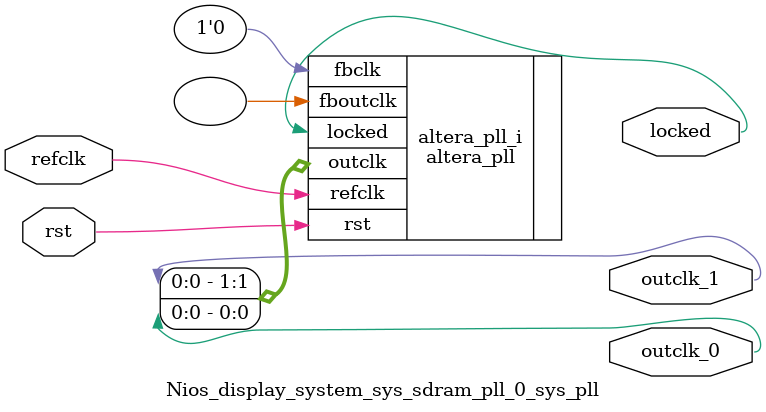
<source format=v>
`timescale 1ns/10ps
module  Nios_display_system_sys_sdram_pll_0_sys_pll(

	// interface 'refclk'
	input wire refclk,

	// interface 'reset'
	input wire rst,

	// interface 'outclk0'
	output wire outclk_0,

	// interface 'outclk1'
	output wire outclk_1,

	// interface 'locked'
	output wire locked
);

	altera_pll #(
		.fractional_vco_multiplier("false"),
		.reference_clock_frequency("50.0 MHz"),
		.operation_mode("direct"),
		.number_of_clocks(2),
		.output_clock_frequency0("50.000000 MHz"),
		.phase_shift0("0 ps"),
		.duty_cycle0(50),
		.output_clock_frequency1("50.000000 MHz"),
		.phase_shift1("-3000 ps"),
		.duty_cycle1(50),
		.output_clock_frequency2("0 MHz"),
		.phase_shift2("0 ps"),
		.duty_cycle2(50),
		.output_clock_frequency3("0 MHz"),
		.phase_shift3("0 ps"),
		.duty_cycle3(50),
		.output_clock_frequency4("0 MHz"),
		.phase_shift4("0 ps"),
		.duty_cycle4(50),
		.output_clock_frequency5("0 MHz"),
		.phase_shift5("0 ps"),
		.duty_cycle5(50),
		.output_clock_frequency6("0 MHz"),
		.phase_shift6("0 ps"),
		.duty_cycle6(50),
		.output_clock_frequency7("0 MHz"),
		.phase_shift7("0 ps"),
		.duty_cycle7(50),
		.output_clock_frequency8("0 MHz"),
		.phase_shift8("0 ps"),
		.duty_cycle8(50),
		.output_clock_frequency9("0 MHz"),
		.phase_shift9("0 ps"),
		.duty_cycle9(50),
		.output_clock_frequency10("0 MHz"),
		.phase_shift10("0 ps"),
		.duty_cycle10(50),
		.output_clock_frequency11("0 MHz"),
		.phase_shift11("0 ps"),
		.duty_cycle11(50),
		.output_clock_frequency12("0 MHz"),
		.phase_shift12("0 ps"),
		.duty_cycle12(50),
		.output_clock_frequency13("0 MHz"),
		.phase_shift13("0 ps"),
		.duty_cycle13(50),
		.output_clock_frequency14("0 MHz"),
		.phase_shift14("0 ps"),
		.duty_cycle14(50),
		.output_clock_frequency15("0 MHz"),
		.phase_shift15("0 ps"),
		.duty_cycle15(50),
		.output_clock_frequency16("0 MHz"),
		.phase_shift16("0 ps"),
		.duty_cycle16(50),
		.output_clock_frequency17("0 MHz"),
		.phase_shift17("0 ps"),
		.duty_cycle17(50),
		.pll_type("General"),
		.pll_subtype("General")
	) altera_pll_i (
		.rst	(rst),
		.outclk	({outclk_1, outclk_0}),
		.locked	(locked),
		.fboutclk	( ),
		.fbclk	(1'b0),
		.refclk	(refclk)
	);
endmodule


</source>
